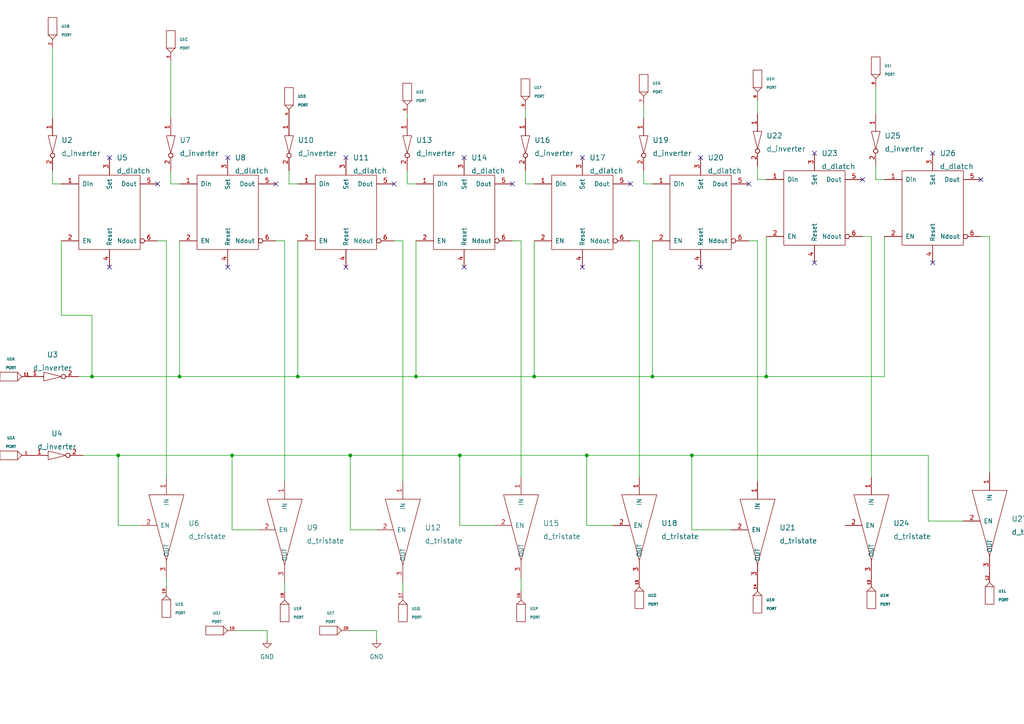
<source format=kicad_sch>
(kicad_sch (version 20211123) (generator eeschema)
  (paper "A4")
  (lib_symbols
    (symbol "eSim_Digital:d_dlatch" (pin_names (offset 1.016))
      (property "Reference" "U" (at 0 0 0))
      (property "Value" "d_dlatch" (at 0 3.81 0))
      (symbol "d_dlatch_0_1"
        (rectangle (start 8.89 11.43) (end -8.89 -10.16))
      )
      (symbol "d_dlatch_1_1"
        (pin input line (at -13.97 8.89 0) (length 5.08) (name "Din") (number "1"))
        (pin input line (at -13.97 -7.62 0) (length 5.08) (name "EN") (number "2"))
        (pin input line (at 0 16.51 270) (length 5.08) (name "Set") (number "3"))
        (pin input line (at 0 -15.24 90) (length 5.08) (name "Reset") (number "4"))
        (pin output line (at 13.97 8.89 180) (length 5.08) (name "Dout") (number "5"))
        (pin output inverted (at 13.97 -7.62 180) (length 5.08) (name "Ndout") (number "6"))
      )
    )
    (symbol "eSim_Digital:d_inverter" (pin_names (offset 1.016))
      (property "Reference" "U" (at 0 -2.54 0))
      (property "Value" "d_inverter" (at 0 3.81 0))
      (symbol "d_inverter_0_1"
        (polyline (pts (xy -2.54 1.27) (xy -2.54 -1.27) (xy 2.54 0) (xy -2.54 1.27)))
      )
      (symbol "d_inverter_1_1"
        (pin input line (at -7.62 0 0) (length 5.08) (name "~") (number "1"))
        (pin output inverted (at 7.62 0 180) (length 5.08) (name "~") (number "2"))
      )
    )
    (symbol "eSim_Digital:d_tristate" (pin_names (offset 1.016))
      (property "Reference" "U" (at -6.35 6.35 0))
      (property "Value" "d_tristate" (at -5.08 11.43 0))
      (symbol "d_tristate_0_1"
        (polyline (pts (xy -10.16 13.97) (xy -10.16 3.81) (xy 8.89 8.89) (xy -10.16 13.97)))
      )
      (symbol "d_tristate_1_1"
        (pin input line (at -15.24 8.89 0) (length 5.08) (name "IN") (number "1"))
        (pin input line (at -1.27 1.27 90) (length 4.9022) (name "EN") (number "2"))
        (pin output line (at 13.97 8.89 180) (length 5.08) (name "OUT") (number "3"))
      )
    )
    (symbol "eSim_Miscellaneous:PORT" (pin_names (offset 1.016))
      (property "Reference" "U" (at 1.27 2.54 0))
      (property "Value" "PORT" (at 0 0 0))
      (symbol "PORT_0_1"
        (rectangle (start -2.54 1.27) (end 2.54 -1.27))
        (arc (start 2.54 1.27) (mid 3.1355 0.5955) (end 3.81 0))
        (arc (start 3.81 0) (mid 3.1447 -0.6046) (end 2.54 -1.27))
      )
      (symbol "PORT_1_1"
        (pin bidirectional line (at 6.35 0 180) (length 2.54) (name "~") (number "1"))
      )
      (symbol "PORT_2_1"
        (pin bidirectional line (at 6.35 0 180) (length 2.54) (name "~") (number "2"))
      )
      (symbol "PORT_3_1"
        (pin bidirectional line (at 6.35 0 180) (length 2.54) (name "~") (number "3"))
      )
      (symbol "PORT_4_1"
        (pin bidirectional line (at 6.35 0 180) (length 2.54) (name "~") (number "4"))
      )
      (symbol "PORT_5_1"
        (pin bidirectional line (at 6.35 0 180) (length 2.54) (name "~") (number "5"))
      )
      (symbol "PORT_6_1"
        (pin bidirectional line (at 6.35 0 180) (length 2.54) (name "~") (number "6"))
      )
      (symbol "PORT_7_1"
        (pin bidirectional line (at 6.35 0 180) (length 2.54) (name "~") (number "7"))
      )
      (symbol "PORT_8_1"
        (pin bidirectional line (at 6.35 0 180) (length 2.54) (name "~") (number "8"))
      )
      (symbol "PORT_9_1"
        (pin bidirectional line (at 6.35 0 180) (length 2.54) (name "~") (number "9"))
      )
      (symbol "PORT_10_1"
        (pin bidirectional line (at 6.35 0 180) (length 2.54) (name "~") (number "10"))
      )
      (symbol "PORT_11_1"
        (pin bidirectional line (at 6.35 0 180) (length 2.54) (name "~") (number "11"))
      )
      (symbol "PORT_12_1"
        (pin bidirectional line (at 6.35 0 180) (length 2.54) (name "~") (number "12"))
      )
      (symbol "PORT_13_1"
        (pin bidirectional line (at 6.35 0 180) (length 2.54) (name "~") (number "13"))
      )
      (symbol "PORT_14_1"
        (pin bidirectional line (at 6.35 0 180) (length 2.54) (name "~") (number "14"))
      )
      (symbol "PORT_15_1"
        (pin bidirectional line (at 6.35 0 180) (length 2.54) (name "~") (number "15"))
      )
      (symbol "PORT_16_1"
        (pin bidirectional line (at 6.35 0 180) (length 2.54) (name "~") (number "16"))
      )
      (symbol "PORT_17_1"
        (pin bidirectional line (at 6.35 0 180) (length 2.54) (name "~") (number "17"))
      )
      (symbol "PORT_18_1"
        (pin bidirectional line (at 6.35 0 180) (length 2.54) (name "~") (number "18"))
      )
      (symbol "PORT_19_1"
        (pin bidirectional line (at 6.35 0 180) (length 2.54) (name "~") (number "19"))
      )
      (symbol "PORT_20_1"
        (pin bidirectional line (at 6.35 0 180) (length 2.54) (name "~") (number "20"))
      )
      (symbol "PORT_21_1"
        (pin bidirectional line (at 6.35 0 180) (length 2.54) (name "~") (number "21"))
      )
      (symbol "PORT_22_1"
        (pin bidirectional line (at 6.35 0 180) (length 2.54) (name "~") (number "22"))
      )
      (symbol "PORT_23_1"
        (pin bidirectional line (at 6.35 0 180) (length 2.54) (name "~") (number "23"))
      )
      (symbol "PORT_24_1"
        (pin bidirectional line (at 6.35 0 180) (length 2.54) (name "~") (number "24"))
      )
      (symbol "PORT_25_1"
        (pin bidirectional line (at 6.35 0 180) (length 2.54) (name "~") (number "25"))
      )
      (symbol "PORT_26_1"
        (pin bidirectional line (at 6.35 0 180) (length 2.54) (name "~") (number "26"))
      )
    )
    (symbol "eSim_Power:eSim_GND" (power) (pin_names (offset 0))
      (property "Value" "eSim_GND" (at 0 -3.81 0))
      (symbol "eSim_GND_0_1"
        (polyline (pts (xy 0 0) (xy 0 -1.27) (xy 1.27 -1.27) (xy 0 -2.54) (xy -1.27 -1.27) (xy 0 -1.27)))
      )
      (symbol "eSim_GND_1_1"
        (pin power_in line (at 0 0 270) (length 0) hide (name "GND") (number "1"))
      )
    )
  )
  (junction (at 170.18 132.08))
  (junction (at 67.31 132.08))
  (junction (at 52.07 109.22))
  (junction (at 154.94 109.22))
  (junction (at 34.29 132.08))
  (junction (at 133.35 132.08))
  (junction (at 120.65 109.22))
  (junction (at 189.23 109.22))
  (junction (at 26.67 109.22))
  (junction (at 86.36 109.22))
  (junction (at 222.25 109.22))
  (junction (at 101.6 132.08))
  (junction (at 200.66 132.08))
  (no_connect (at 284.48 52.07))
  (no_connect (at 203.2 45.72))
  (no_connect (at 148.59 53.34))
  (no_connect (at 182.88 53.34))
  (no_connect (at 45.72 53.34))
  (no_connect (at 168.91 77.47))
  (no_connect (at 134.62 77.47))
  (no_connect (at 203.2 77.47))
  (no_connect (at 100.33 77.47))
  (no_connect (at 270.51 76.2))
  (no_connect (at 236.22 44.45))
  (no_connect (at 100.33 45.72))
  (no_connect (at 168.91 45.72))
  (no_connect (at 80.01 53.34))
  (no_connect (at 31.75 45.72))
  (no_connect (at 66.04 77.47))
  (no_connect (at 114.3 53.34))
  (no_connect (at 217.17 53.34))
  (no_connect (at 250.19 52.07))
  (no_connect (at 134.62 45.72))
  (no_connect (at 31.75 77.47))
  (no_connect (at 66.04 45.72))
  (no_connect (at 270.51 44.45))
  (no_connect (at 236.22 76.2))
  (wire (pts (xy 151.13 171.45) (xy 151.13 167.64)))
  (wire (pts (xy 256.54 52.07) (xy 254 52.07)))
  (wire (pts (xy 222.25 109.22) (xy 256.54 109.22)))
  (wire (pts (xy 185.42 69.85) (xy 185.42 138.43)))
  (wire (pts (xy 189.23 109.22) (xy 222.25 109.22)))
  (wire (pts (xy 86.36 69.85) (xy 86.36 109.22)))
  (wire (pts (xy 170.18 132.08) (xy 200.66 132.08)))
  (wire (pts (xy 154.94 69.85) (xy 154.94 109.22)))
  (wire (pts (xy 186.69 30.48) (xy 186.69 34.29)))
  (wire (pts (xy 67.31 153.67) (xy 67.31 132.08)))
  (wire (pts (xy 287.02 68.58) (xy 287.02 137.16)))
  (wire (pts (xy 8.89 109.22) (xy 7.62 109.22)))
  (wire (pts (xy 49.53 53.34) (xy 49.53 49.53)))
  (wire (pts (xy 52.07 69.85) (xy 52.07 109.22)))
  (wire (pts (xy 26.67 109.22) (xy 52.07 109.22)))
  (wire (pts (xy 256.54 109.22) (xy 256.54 68.58)))
  (wire (pts (xy 189.23 53.34) (xy 186.69 53.34)))
  (wire (pts (xy 17.78 53.34) (xy 15.24 53.34)))
  (wire (pts (xy 83.82 53.34) (xy 83.82 49.53)))
  (wire (pts (xy 15.24 53.34) (xy 15.24 49.53)))
  (wire (pts (xy 48.26 69.85) (xy 48.26 138.43)))
  (wire (pts (xy 250.19 68.58) (xy 252.73 68.58)))
  (wire (pts (xy 133.35 132.08) (xy 170.18 132.08)))
  (wire (pts (xy 101.6 132.08) (xy 133.35 132.08)))
  (wire (pts (xy 189.23 69.85) (xy 189.23 109.22)))
  (wire (pts (xy 222.25 68.58) (xy 222.25 109.22)))
  (wire (pts (xy 26.67 91.44) (xy 26.67 109.22)))
  (wire (pts (xy 17.78 69.85) (xy 17.78 91.44)))
  (wire (pts (xy 186.69 53.34) (xy 186.69 49.53)))
  (wire (pts (xy 254 52.07) (xy 254 48.26)))
  (wire (pts (xy 143.51 152.4) (xy 133.35 152.4)))
  (wire (pts (xy 177.8 152.4) (xy 170.18 152.4)))
  (wire (pts (xy 219.71 69.85) (xy 219.71 139.7)))
  (wire (pts (xy 17.78 91.44) (xy 26.67 91.44)))
  (wire (pts (xy 120.65 53.34) (xy 118.11 53.34)))
  (wire (pts (xy 114.3 69.85) (xy 116.84 69.85)))
  (wire (pts (xy 200.66 132.08) (xy 200.66 153.67)))
  (wire (pts (xy 52.07 53.34) (xy 49.53 53.34)))
  (wire (pts (xy 67.31 132.08) (xy 101.6 132.08)))
  (wire (pts (xy 109.22 153.67) (xy 101.6 153.67)))
  (wire (pts (xy 200.66 132.08) (xy 269.24 132.08)))
  (wire (pts (xy 148.59 69.85) (xy 151.13 69.85)))
  (wire (pts (xy 34.29 152.4) (xy 34.29 132.08)))
  (wire (pts (xy 34.29 132.08) (xy 67.31 132.08)))
  (wire (pts (xy 101.6 153.67) (xy 101.6 132.08)))
  (wire (pts (xy 68.58 182.88) (xy 77.47 182.88)))
  (wire (pts (xy 49.53 34.29) (xy 49.53 17.78)))
  (wire (pts (xy 154.94 53.34) (xy 152.4 53.34)))
  (wire (pts (xy 284.48 68.58) (xy 287.02 68.58)))
  (wire (pts (xy 80.01 69.85) (xy 82.55 69.85)))
  (wire (pts (xy 254 33.02) (xy 254 25.4)))
  (wire (pts (xy 45.72 69.85) (xy 48.26 69.85)))
  (wire (pts (xy 77.47 182.88) (xy 77.47 185.42)))
  (wire (pts (xy 86.36 109.22) (xy 120.65 109.22)))
  (wire (pts (xy 252.73 68.58) (xy 252.73 138.43)))
  (wire (pts (xy 109.22 182.88) (xy 109.22 185.42)))
  (wire (pts (xy 170.18 152.4) (xy 170.18 132.08)))
  (wire (pts (xy 24.13 132.08) (xy 34.29 132.08)))
  (wire (pts (xy 116.84 171.45) (xy 116.84 168.91)))
  (wire (pts (xy 82.55 69.85) (xy 82.55 139.7)))
  (wire (pts (xy 133.35 152.4) (xy 133.35 132.08)))
  (wire (pts (xy 48.26 170.18) (xy 48.26 167.64)))
  (wire (pts (xy 118.11 33.02) (xy 118.11 34.29)))
  (wire (pts (xy 219.71 52.07) (xy 219.71 48.26)))
  (wire (pts (xy 40.64 152.4) (xy 34.29 152.4)))
  (wire (pts (xy 86.36 53.34) (xy 83.82 53.34)))
  (wire (pts (xy 152.4 34.29) (xy 152.4 31.75)))
  (wire (pts (xy 15.24 34.29) (xy 15.24 13.97)))
  (wire (pts (xy 212.09 153.67) (xy 200.66 153.67)))
  (wire (pts (xy 118.11 53.34) (xy 118.11 49.53)))
  (wire (pts (xy 116.84 69.85) (xy 116.84 139.7)))
  (wire (pts (xy 154.94 109.22) (xy 189.23 109.22)))
  (wire (pts (xy 74.93 153.67) (xy 67.31 153.67)))
  (wire (pts (xy 269.24 151.13) (xy 279.4 151.13)))
  (wire (pts (xy 217.17 69.85) (xy 219.71 69.85)))
  (wire (pts (xy 22.86 109.22) (xy 26.67 109.22)))
  (wire (pts (xy 269.24 132.08) (xy 269.24 151.13)))
  (wire (pts (xy 82.55 171.45) (xy 82.55 168.91)))
  (wire (pts (xy 219.71 29.21) (xy 219.71 33.02)))
  (wire (pts (xy 52.07 109.22) (xy 86.36 109.22)))
  (wire (pts (xy 101.6 182.88) (xy 109.22 182.88)))
  (wire (pts (xy 182.88 69.85) (xy 185.42 69.85)))
  (wire (pts (xy 120.65 109.22) (xy 154.94 109.22)))
  (wire (pts (xy 152.4 53.34) (xy 152.4 49.53)))
  (wire (pts (xy 120.65 69.85) (xy 120.65 109.22)))
  (wire (pts (xy 151.13 69.85) (xy 151.13 138.43)))
  (wire (pts (xy 222.25 52.07) (xy 219.71 52.07)))
  (symbol (lib_id "eSim_Digital:d_inverter") (at 254 40.64 270) (unit 1)
    (property "Reference" "U25" (at 256.54 39.37 90) (effects (font (size 1.524 1.524)) (justify left)))
    (property "Value" "d_inverter" (at 256.54 43.18 90) (effects (font (size 1.524 1.524)) (justify left)))
  )
  (symbol (lib_id "eSim_Miscellaneous:PORT") (at 118.11 26.67 270) (unit 5)
    (property "Reference" "U1" (at 120.65 26.67 90) (effects (font (size 0.762 0.762)) (justify left)))
    (property "Value" "PORT" (at 120.65 29.21 90) (effects (font (size 0.762 0.762)) (justify left)))
  )
  (symbol (lib_id "eSim_Digital:d_tristate") (at 176.53 153.67 270) (unit 1)
    (property "Reference" "U18" (at 191.77 151.765 90) (effects (font (size 1.524 1.524)) (justify left)))
    (property "Value" "d_tristate" (at 191.77 155.575 90) (effects (font (size 1.524 1.524)) (justify left)))
  )
  (symbol (lib_id "eSim_Miscellaneous:PORT") (at 116.84 177.8 90) (unit 17)
    (property "Reference" "U1" (at 119.38 176.53 90) (effects (font (size 0.762 0.762)) (justify right)))
    (property "Value" "PORT" (at 119.38 179.07 90) (effects (font (size 0.762 0.762)) (justify right)))
  )
  (symbol (lib_id "eSim_Miscellaneous:PORT") (at 185.42 173.99 90) (unit 15)
    (property "Reference" "U1" (at 187.96 172.72 90) (effects (font (size 0.762 0.762)) (justify right)))
    (property "Value" "PORT" (at 187.96 175.26 90) (effects (font (size 0.762 0.762)) (justify right)))
  )
  (symbol (lib_id "eSim_Miscellaneous:PORT") (at 48.26 176.53 90) (unit 19)
    (property "Reference" "U1" (at 50.8 175.26 90) (effects (font (size 0.762 0.762)) (justify right)))
    (property "Value" "PORT" (at 50.8 177.8 90) (effects (font (size 0.762 0.762)) (justify right)))
  )
  (symbol (lib_id "eSim_Miscellaneous:PORT") (at 151.13 177.8 90) (unit 16)
    (property "Reference" "U1" (at 153.67 176.53 90) (effects (font (size 0.762 0.762)) (justify right)))
    (property "Value" "PORT" (at 153.67 179.07 90) (effects (font (size 0.762 0.762)) (justify right)))
  )
  (symbol (lib_id "eSim_Digital:d_dlatch") (at 100.33 62.23 0) (unit 1)
    (property "Reference" "U11" (at 102.3494 45.72 0) (effects (font (size 1.524 1.524)) (justify left)))
    (property "Value" "d_dlatch" (at 102.3494 49.53 0) (effects (font (size 1.524 1.524)) (justify left)))
  )
  (symbol (lib_id "eSim_Miscellaneous:PORT") (at 152.4 25.4 270) (unit 6)
    (property "Reference" "U1" (at 154.94 25.4 90) (effects (font (size 0.762 0.762)) (justify left)))
    (property "Value" "PORT" (at 154.94 27.94 90) (effects (font (size 0.762 0.762)) (justify left)))
  )
  (symbol (lib_id "eSim_Digital:d_dlatch") (at 236.22 60.96 0) (unit 1)
    (property "Reference" "U23" (at 238.2394 44.45 0) (effects (font (size 1.524 1.524)) (justify left)))
    (property "Value" "d_dlatch" (at 238.2394 48.26 0) (effects (font (size 1.524 1.524)) (justify left)))
  )
  (symbol (lib_id "eSim_Digital:d_tristate") (at 210.82 154.94 270) (unit 1)
    (property "Reference" "U21" (at 226.06 153.035 90) (effects (font (size 1.524 1.524)) (justify left)))
    (property "Value" "d_tristate" (at 226.06 156.845 90) (effects (font (size 1.524 1.524)) (justify left)))
  )
  (symbol (lib_id "eSim_Digital:d_inverter") (at 219.71 40.64 270) (unit 1)
    (property "Reference" "U22" (at 222.25 39.37 90) (effects (font (size 1.524 1.524)) (justify left)))
    (property "Value" "d_inverter" (at 222.25 43.18 90) (effects (font (size 1.524 1.524)) (justify left)))
  )
  (symbol (lib_id "eSim_Digital:d_dlatch") (at 168.91 62.23 0) (unit 1)
    (property "Reference" "U17" (at 170.9294 45.72 0) (effects (font (size 1.524 1.524)) (justify left)))
    (property "Value" "d_dlatch" (at 170.9294 49.53 0) (effects (font (size 1.524 1.524)) (justify left)))
  )
  (symbol (lib_id "eSim_Digital:d_inverter") (at 15.24 109.22 0) (unit 1)
    (property "Reference" "U3" (at 15.24 102.87 0) (effects (font (size 1.524 1.524))))
    (property "Value" "d_inverter" (at 15.24 106.68 0) (effects (font (size 1.524 1.524))))
  )
  (symbol (lib_id "eSim_Digital:d_tristate") (at 142.24 153.67 270) (unit 1)
    (property "Reference" "U15" (at 157.48 151.765 90) (effects (font (size 1.524 1.524)) (justify left)))
    (property "Value" "d_tristate" (at 157.48 155.575 90) (effects (font (size 1.524 1.524)) (justify left)))
  )
  (symbol (lib_id "eSim_Miscellaneous:PORT") (at 2.54 132.08 0) (unit 1)
    (property "Reference" "U1" (at 3.175 127 0) (effects (font (size 0.762 0.762))))
    (property "Value" "PORT" (at 3.175 129.54 0) (effects (font (size 0.762 0.762))))
  )
  (symbol (lib_id "eSim_Miscellaneous:PORT") (at 15.24 7.62 270) (unit 2)
    (property "Reference" "U1" (at 17.78 7.62 90) (effects (font (size 0.762 0.762)) (justify left)))
    (property "Value" "PORT" (at 17.78 10.16 90) (effects (font (size 0.762 0.762)) (justify left)))
  )
  (symbol (lib_id "eSim_Miscellaneous:PORT") (at 287.02 172.72 90) (unit 12)
    (property "Reference" "U1" (at 289.56 171.45 90) (effects (font (size 0.762 0.762)) (justify right)))
    (property "Value" "PORT" (at 289.56 173.99 90) (effects (font (size 0.762 0.762)) (justify right)))
  )
  (symbol (lib_id "eSim_Digital:d_inverter") (at 15.24 41.91 270) (unit 1)
    (property "Reference" "U2" (at 17.78 40.64 90) (effects (font (size 1.524 1.524)) (justify left)))
    (property "Value" "d_inverter" (at 17.78 44.45 90) (effects (font (size 1.524 1.524)) (justify left)))
  )
  (symbol (lib_id "eSim_Digital:d_tristate") (at 73.66 154.94 270) (unit 1)
    (property "Reference" "U9" (at 88.9 153.035 90) (effects (font (size 1.524 1.524)) (justify left)))
    (property "Value" "d_tristate" (at 88.9 156.845 90) (effects (font (size 1.524 1.524)) (justify left)))
  )
  (symbol (lib_id "eSim_Miscellaneous:PORT") (at 2.54 109.22 0) (unit 11)
    (property "Reference" "U1" (at 3.175 104.14 0) (effects (font (size 0.762 0.762))))
    (property "Value" "PORT" (at 3.175 106.68 0) (effects (font (size 0.762 0.762))))
  )
  (symbol (lib_id "eSim_Digital:d_inverter") (at 83.82 41.91 270) (unit 1)
    (property "Reference" "U10" (at 86.36 40.64 90) (effects (font (size 1.524 1.524)) (justify left)))
    (property "Value" "d_inverter" (at 86.36 44.45 90) (effects (font (size 1.524 1.524)) (justify left)))
  )
  (symbol (lib_id "eSim_Digital:d_dlatch") (at 270.51 60.96 0) (unit 1)
    (property "Reference" "U26" (at 272.5294 44.45 0) (effects (font (size 1.524 1.524)) (justify left)))
    (property "Value" "d_dlatch" (at 272.5294 48.26 0) (effects (font (size 1.524 1.524)) (justify left)))
  )
  (symbol (lib_id "eSim_Digital:d_tristate") (at 39.37 153.67 270) (unit 1)
    (property "Reference" "U6" (at 54.61 151.765 90) (effects (font (size 1.524 1.524)) (justify left)))
    (property "Value" "d_tristate" (at 54.61 155.575 90) (effects (font (size 1.524 1.524)) (justify left)))
  )
  (symbol (lib_id "eSim_Digital:d_dlatch") (at 31.75 62.23 0) (unit 1)
    (property "Reference" "U5" (at 33.7694 45.72 0) (effects (font (size 1.524 1.524)) (justify left)))
    (property "Value" "d_dlatch" (at 33.7694 49.53 0) (effects (font (size 1.524 1.524)) (justify left)))
  )
  (symbol (lib_id "eSim_Digital:d_inverter") (at 16.51 132.08 0) (unit 1)
    (property "Reference" "U4" (at 16.51 125.73 0) (effects (font (size 1.524 1.524))))
    (property "Value" "d_inverter" (at 16.51 129.54 0) (effects (font (size 1.524 1.524))))
  )
  (symbol (lib_id "eSim_Miscellaneous:PORT") (at 83.82 27.94 270) (unit 4)
    (property "Reference" "U1" (at 86.36 27.94 90) (effects (font (size 0.762 0.762)) (justify left)))
    (property "Value" "PORT" (at 86.36 30.48 90) (effects (font (size 0.762 0.762)) (justify left)))
  )
  (symbol (lib_id "eSim_Power:eSim_GND") (at 109.22 185.42 0) (unit 1)
    (property "Reference" "#PWR0102" (effects hide))
    (property "Value" "eSim_GND" (at 109.22 190.5 0))
  )
  (symbol (lib_id "eSim_Miscellaneous:PORT") (at 219.71 22.86 270) (unit 8)
    (property "Reference" "U1" (at 222.25 22.86 90) (effects (font (size 0.762 0.762)) (justify left)))
    (property "Value" "PORT" (at 222.25 25.4 90) (effects (font (size 0.762 0.762)) (justify left)))
  )
  (symbol (lib_id "eSim_Digital:d_inverter") (at 118.11 41.91 270) (unit 1)
    (property "Reference" "U13" (at 120.65 40.64 90) (effects (font (size 1.524 1.524)) (justify left)))
    (property "Value" "d_inverter" (at 120.65 44.45 90) (effects (font (size 1.524 1.524)) (justify left)))
  )
  (symbol (lib_id "eSim_Digital:d_tristate") (at 107.95 154.94 270) (unit 1)
    (property "Reference" "U12" (at 123.19 153.035 90) (effects (font (size 1.524 1.524)) (justify left)))
    (property "Value" "d_tristate" (at 123.19 156.845 90) (effects (font (size 1.524 1.524)) (justify left)))
  )
  (symbol (lib_id "eSim_Power:eSim_GND") (at 77.47 185.42 0) (unit 1)
    (property "Reference" "#PWR0101" (effects hide))
    (property "Value" "eSim_GND" (at 77.47 190.5 0))
  )
  (symbol (lib_id "eSim_Digital:d_dlatch") (at 66.04 62.23 0) (unit 1)
    (property "Reference" "U8" (at 68.0594 45.72 0) (effects (font (size 1.524 1.524)) (justify left)))
    (property "Value" "d_dlatch" (at 68.0594 49.53 0) (effects (font (size 1.524 1.524)) (justify left)))
  )
  (symbol (lib_id "eSim_Miscellaneous:PORT") (at 219.71 175.26 90) (unit 14)
    (property "Reference" "U1" (at 222.25 173.99 90) (effects (font (size 0.762 0.762)) (justify right)))
    (property "Value" "PORT" (at 222.25 176.53 90) (effects (font (size 0.762 0.762)) (justify right)))
  )
  (symbol (lib_id "eSim_Miscellaneous:PORT") (at 252.73 173.99 90) (unit 13)
    (property "Reference" "U1" (at 255.27 172.72 90) (effects (font (size 0.762 0.762)) (justify right)))
    (property "Value" "PORT" (at 255.27 175.26 90) (effects (font (size 0.762 0.762)) (justify right)))
  )
  (symbol (lib_id "eSim_Digital:d_dlatch") (at 134.62 62.23 0) (unit 1)
    (property "Reference" "U14" (at 136.6394 45.72 0) (effects (font (size 1.524 1.524)) (justify left)))
    (property "Value" "d_dlatch" (at 136.6394 49.53 0) (effects (font (size 1.524 1.524)) (justify left)))
  )
  (symbol (lib_id "eSim_Digital:d_tristate") (at 278.13 152.4 270) (unit 1)
    (property "Reference" "U27" (at 293.37 150.495 90) (effects (font (size 1.524 1.524)) (justify left)))
    (property "Value" "d_tristate" (at 293.37 154.305 90) (effects (font (size 1.524 1.524)) (justify left)))
  )
  (symbol (lib_id "eSim_Digital:d_inverter") (at 152.4 41.91 270) (unit 1)
    (property "Reference" "U16" (at 154.94 40.64 90) (effects (font (size 1.524 1.524)) (justify left)))
    (property "Value" "d_inverter" (at 154.94 44.45 90) (effects (font (size 1.524 1.524)) (justify left)))
  )
  (symbol (lib_id "eSim_Miscellaneous:PORT") (at 49.53 11.43 270) (unit 3)
    (property "Reference" "U1" (at 52.07 11.43 90) (effects (font (size 0.762 0.762)) (justify left)))
    (property "Value" "PORT" (at 52.07 13.97 90) (effects (font (size 0.762 0.762)) (justify left)))
  )
  (symbol (lib_id "eSim_Miscellaneous:PORT") (at 62.23 182.88 0) (unit 10)
    (property "Reference" "U1" (at 62.865 177.8 0) (effects (font (size 0.762 0.762))))
    (property "Value" "PORT" (at 62.865 180.34 0) (effects (font (size 0.762 0.762))))
  )
  (symbol (lib_id "eSim_Digital:d_tristate") (at 243.84 153.67 270) (unit 1)
    (property "Reference" "U24" (at 259.08 151.765 90) (effects (font (size 1.524 1.524)) (justify left)))
    (property "Value" "d_tristate" (at 259.08 155.575 90) (effects (font (size 1.524 1.524)) (justify left)))
  )
  (symbol (lib_id "eSim_Miscellaneous:PORT") (at 186.69 24.13 270) (unit 7)
    (property "Reference" "U1" (at 189.23 24.13 90) (effects (font (size 0.762 0.762)) (justify left)))
    (property "Value" "PORT" (at 189.23 26.67 90) (effects (font (size 0.762 0.762)) (justify left)))
  )
  (symbol (lib_id "eSim_Miscellaneous:PORT") (at 95.25 182.88 0) (unit 20)
    (property "Reference" "U1" (at 95.885 177.8 0) (effects (font (size 0.762 0.762))))
    (property "Value" "PORT" (at 95.885 180.34 0) (effects (font (size 0.762 0.762))))
  )
  (symbol (lib_id "eSim_Miscellaneous:PORT") (at 82.55 177.8 90) (unit 18)
    (property "Reference" "U1" (at 85.09 176.53 90) (effects (font (size 0.762 0.762)) (justify right)))
    (property "Value" "PORT" (at 85.09 179.07 90) (effects (font (size 0.762 0.762)) (justify right)))
  )
  (symbol (lib_id "eSim_Digital:d_dlatch") (at 203.2 62.23 0) (unit 1)
    (property "Reference" "U20" (at 205.2194 45.72 0) (effects (font (size 1.524 1.524)) (justify left)))
    (property "Value" "d_dlatch" (at 205.2194 49.53 0) (effects (font (size 1.524 1.524)) (justify left)))
  )
  (symbol (lib_id "eSim_Digital:d_inverter") (at 186.69 41.91 270) (unit 1)
    (property "Reference" "U19" (at 189.23 40.64 90) (effects (font (size 1.524 1.524)) (justify left)))
    (property "Value" "d_inverter" (at 189.23 44.45 90) (effects (font (size 1.524 1.524)) (justify left)))
  )
  (symbol (lib_id "eSim_Digital:d_inverter") (at 49.53 41.91 270) (unit 1)
    (property "Reference" "U7" (at 52.07 40.64 90) (effects (font (size 1.524 1.524)) (justify left)))
    (property "Value" "d_inverter" (at 52.07 44.45 90) (effects (font (size 1.524 1.524)) (justify left)))
  )
  (symbol (lib_id "eSim_Miscellaneous:PORT") (at 254 19.05 270) (unit 9)
    (property "Reference" "U1" (at 256.54 19.05 90) (effects (font (size 0.762 0.762)) (justify left)))
    (property "Value" "PORT" (at 256.54 21.59 90) (effects (font (size 0.762 0.762)) (justify left)))
  )
)
</source>
